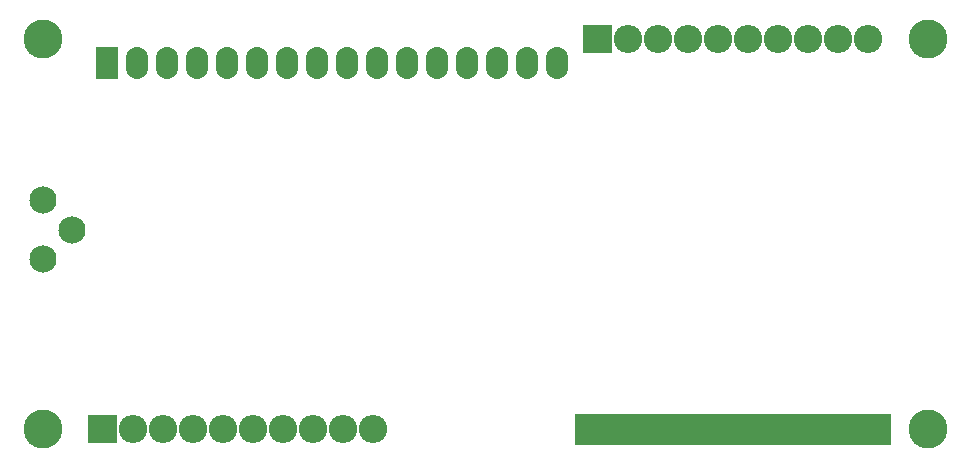
<source format=gbr>
G04 #@! TF.GenerationSoftware,KiCad,Pcbnew,(5.1.8)-1*
G04 #@! TF.CreationDate,2020-11-07T16:06:16+03:00*
G04 #@! TF.ProjectId,LCD,4c43442e-6b69-4636-9164-5f7063625858,rev?*
G04 #@! TF.SameCoordinates,Original*
G04 #@! TF.FileFunction,Soldermask,Top*
G04 #@! TF.FilePolarity,Negative*
%FSLAX46Y46*%
G04 Gerber Fmt 4.6, Leading zero omitted, Abs format (unit mm)*
G04 Created by KiCad (PCBNEW (5.1.8)-1) date 2020-11-07 16:06:16*
%MOMM*%
%LPD*%
G01*
G04 APERTURE LIST*
%ADD10C,0.100000*%
%ADD11C,3.302000*%
%ADD12O,2.402000X2.402000*%
%ADD13O,1.902000X2.702000*%
%ADD14C,2.302000*%
G04 APERTURE END LIST*
D10*
G36*
X144780000Y-63500000D02*
G01*
X118110000Y-63500000D01*
X118110000Y-60960000D01*
X144780000Y-60960000D01*
X144780000Y-63500000D01*
G37*
X144780000Y-63500000D02*
X118110000Y-63500000D01*
X118110000Y-60960000D01*
X144780000Y-60960000D01*
X144780000Y-63500000D01*
G36*
X144780000Y-63500000D02*
G01*
X118110000Y-63500000D01*
X118110000Y-60960000D01*
X144780000Y-60960000D01*
X144780000Y-63500000D01*
G37*
X144780000Y-63500000D02*
X118110000Y-63500000D01*
X118110000Y-60960000D01*
X144780000Y-60960000D01*
X144780000Y-63500000D01*
D11*
X147955000Y-62230000D03*
X147955000Y-29210000D03*
X73025000Y-62230000D03*
X73025000Y-29210000D03*
G36*
G01*
X79255000Y-63431000D02*
X76955000Y-63431000D01*
G75*
G02*
X76904000Y-63380000I0J51000D01*
G01*
X76904000Y-61080000D01*
G75*
G02*
X76955000Y-61029000I51000J0D01*
G01*
X79255000Y-61029000D01*
G75*
G02*
X79306000Y-61080000I0J-51000D01*
G01*
X79306000Y-63380000D01*
G75*
G02*
X79255000Y-63431000I-51000J0D01*
G01*
G37*
D12*
X80645000Y-62230000D03*
X83185000Y-62230000D03*
X85725000Y-62230000D03*
X88265000Y-62230000D03*
X90805000Y-62230000D03*
X93345000Y-62230000D03*
X95885000Y-62230000D03*
X98425000Y-62230000D03*
X100965000Y-62230000D03*
X142875000Y-29210000D03*
X140335000Y-29210000D03*
X137795000Y-29210000D03*
X135255000Y-29210000D03*
X132715000Y-29210000D03*
X130175000Y-29210000D03*
X127635000Y-29210000D03*
X125095000Y-29210000D03*
X122555000Y-29210000D03*
G36*
G01*
X121165000Y-30411000D02*
X118865000Y-30411000D01*
G75*
G02*
X118814000Y-30360000I0J51000D01*
G01*
X118814000Y-28060000D01*
G75*
G02*
X118865000Y-28009000I51000J0D01*
G01*
X121165000Y-28009000D01*
G75*
G02*
X121216000Y-28060000I0J-51000D01*
G01*
X121216000Y-30360000D01*
G75*
G02*
X121165000Y-30411000I-51000J0D01*
G01*
G37*
D13*
X116586000Y-31242000D03*
X114046000Y-31242000D03*
X111506000Y-31242000D03*
X108966000Y-31242000D03*
X106426000Y-31242000D03*
X103886000Y-31242000D03*
X101346000Y-31242000D03*
X98806000Y-31242000D03*
X96266000Y-31242000D03*
X93726000Y-31242000D03*
X91186000Y-31242000D03*
X88646000Y-31242000D03*
X86106000Y-31242000D03*
X83566000Y-31242000D03*
X81026000Y-31242000D03*
G36*
G01*
X77535000Y-32542000D02*
X77535000Y-29942000D01*
G75*
G02*
X77586000Y-29891000I51000J0D01*
G01*
X79386000Y-29891000D01*
G75*
G02*
X79437000Y-29942000I0J-51000D01*
G01*
X79437000Y-32542000D01*
G75*
G02*
X79386000Y-32593000I-51000J0D01*
G01*
X77586000Y-32593000D01*
G75*
G02*
X77535000Y-32542000I0J51000D01*
G01*
G37*
D14*
X73025000Y-47862500D03*
X75525000Y-45362500D03*
X73025000Y-42862500D03*
M02*

</source>
